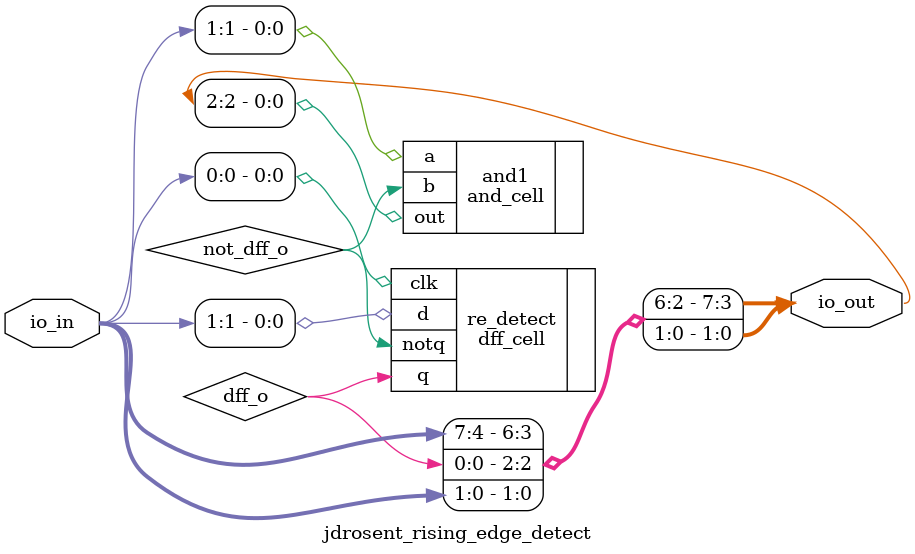
<source format=v>

module jdrosent_rising_edge_detect(
	input  [7:0] io_in,
	output [7:0] io_out);

	wire dff_o, not_dff_o;

	dff_cell re_detect (
		.clk(io_in[0]),
		.d(io_in[1]),
		.q(dff_o),
		.notq(not_dff_o));
	
	and_cell and1 (
		.a(io_in[1]),
		.b(not_dff_o),
		.out(io_out[2]));
	
	assign io_out[0] = io_in[0];
	assign io_out[1] = io_in[1];
	assign io_out[3] = dff_o;
	assign io_out[7:4] = io_in[7:4];
endmodule

</source>
